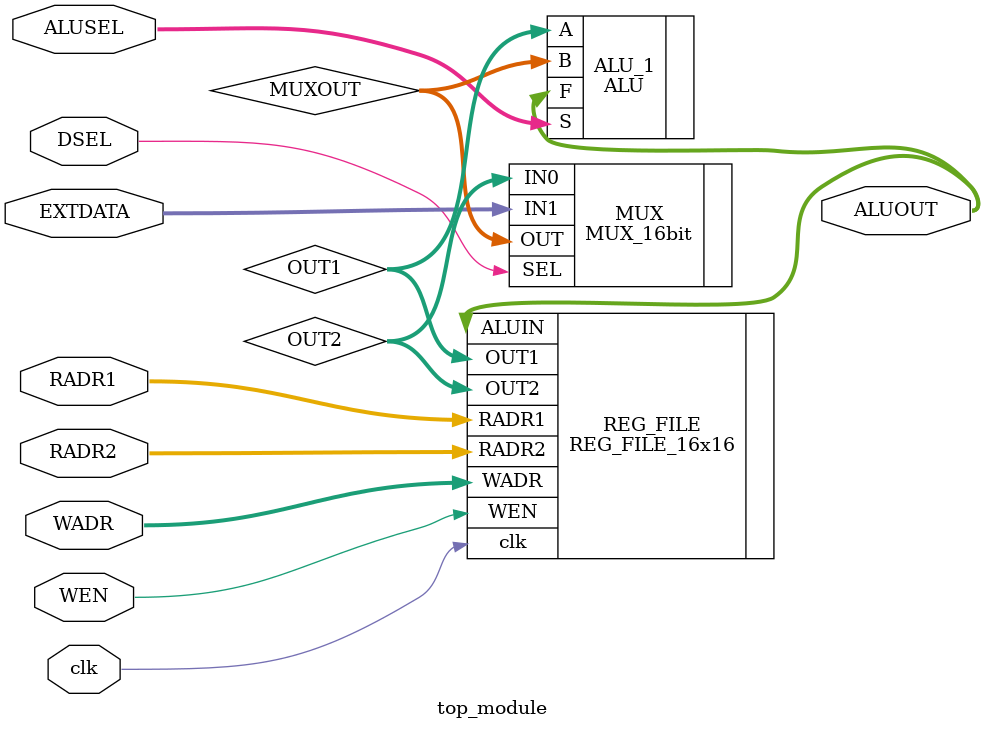
<source format=v>
`timescale 1ns / 1ps

module top_module(WADR, WEN, clk, RADR1, RADR2, EXTDATA, DSEL, ALUOUT, ALUSEL);
    input [3:0] WADR, RADR1, RADR2; //Write Address, Read Address 1, Read Address 2
    input [2:0] ALUSEL; //ALU Operation Select
    input WEN, clk, DSEL; //Write Enable, Clock, Select for MUX
    input [15:0] EXTDATA; //External Data Input
    output [15:0] ALUOUT; //ALU Output

    //Declare all the interconnects between components
    wire [15:0] OUT1, OUT2, MUXOUT; //Register Ouput 1, Register Ouput 2, MUX Output
    
    //Instantiate register file and specify port connections
    REG_FILE_16x16 REG_FILE
    (
        .WADR(WADR),
        .WEN(WEN),
        .clk(clk),
        .RADR1(RADR1),
        .RADR2(RADR2),
        .OUT1(OUT1),
        .OUT2(OUT2),
        .ALUIN(ALUOUT)
    );
    
    //Instantiate the 2 to 1, 16-bit MUX and specify port connections 
    MUX_16bit MUX
    (
        .IN0(OUT2),
        .IN1(EXTDATA),
        .SEL(DSEL),
        .OUT(MUXOUT)
    );
    
    ALU ALU_1
    (
        .S(ALUSEL),
        .A(OUT1),
        .B(MUXOUT),
        .F(ALUOUT)
    );

endmodule

</source>
